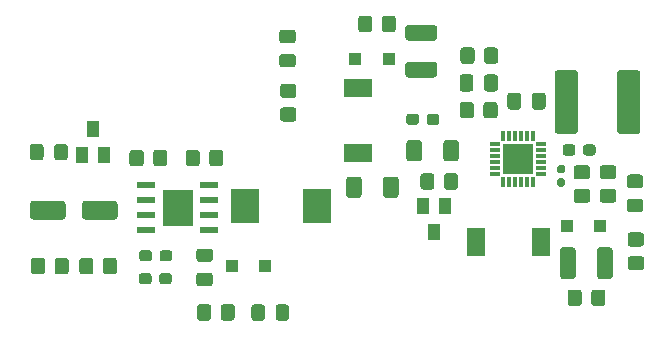
<source format=gtp>
G04 #@! TF.GenerationSoftware,KiCad,Pcbnew,(5.1.12)-1*
G04 #@! TF.CreationDate,2022-10-20T21:35:18-07:00*
G04 #@! TF.ProjectId,Fuente_de_poder,4675656e-7465-45f6-9465-5f706f646572,rev?*
G04 #@! TF.SameCoordinates,Original*
G04 #@! TF.FileFunction,Paste,Top*
G04 #@! TF.FilePolarity,Positive*
%FSLAX46Y46*%
G04 Gerber Fmt 4.6, Leading zero omitted, Abs format (unit mm)*
G04 Created by KiCad (PCBNEW (5.1.12)-1) date 2022-10-20 21:35:18*
%MOMM*%
%LPD*%
G01*
G04 APERTURE LIST*
%ADD10R,2.400000X2.900000*%
%ADD11R,1.100000X1.100000*%
%ADD12R,2.400000X1.500000*%
%ADD13R,1.500000X2.400000*%
%ADD14R,1.000000X1.400000*%
%ADD15R,1.550000X0.600000*%
%ADD16R,2.600000X3.100000*%
%ADD17R,2.550000X2.550000*%
%ADD18R,0.300000X0.850000*%
%ADD19R,0.850000X0.300000*%
G04 APERTURE END LIST*
G36*
G01*
X165453000Y-96446060D02*
X165763000Y-96446060D01*
G75*
G02*
X165918000Y-96601060I0J-155000D01*
G01*
X165918000Y-97026060D01*
G75*
G02*
X165763000Y-97181060I-155000J0D01*
G01*
X165453000Y-97181060D01*
G75*
G02*
X165298000Y-97026060I0J155000D01*
G01*
X165298000Y-96601060D01*
G75*
G02*
X165453000Y-96446060I155000J0D01*
G01*
G37*
G36*
G01*
X165453000Y-97581060D02*
X165763000Y-97581060D01*
G75*
G02*
X165918000Y-97736060I0J-155000D01*
G01*
X165918000Y-98161060D01*
G75*
G02*
X165763000Y-98316060I-155000J0D01*
G01*
X165453000Y-98316060D01*
G75*
G02*
X165298000Y-98161060I0J155000D01*
G01*
X165298000Y-97736060D01*
G75*
G02*
X165453000Y-97581060I155000J0D01*
G01*
G37*
D10*
X144906460Y-99941380D03*
X138806460Y-99941380D03*
G36*
G01*
X155631720Y-95905081D02*
X155631720Y-94605079D01*
G75*
G02*
X155881719Y-94355080I249999J0D01*
G01*
X156706721Y-94355080D01*
G75*
G02*
X156956720Y-94605079I0J-249999D01*
G01*
X156956720Y-95905081D01*
G75*
G02*
X156706721Y-96155080I-249999J0D01*
G01*
X155881719Y-96155080D01*
G75*
G02*
X155631720Y-95905081I0J249999D01*
G01*
G37*
G36*
G01*
X152506720Y-95905081D02*
X152506720Y-94605079D01*
G75*
G02*
X152756719Y-94355080I249999J0D01*
G01*
X153581721Y-94355080D01*
G75*
G02*
X153831720Y-94605079I0J-249999D01*
G01*
X153831720Y-95905081D01*
G75*
G02*
X153581721Y-96155080I-249999J0D01*
G01*
X152756719Y-96155080D01*
G75*
G02*
X152506720Y-95905081I0J249999D01*
G01*
G37*
G36*
G01*
X151845840Y-97711499D02*
X151845840Y-99011501D01*
G75*
G02*
X151595841Y-99261500I-249999J0D01*
G01*
X150770839Y-99261500D01*
G75*
G02*
X150520840Y-99011501I0J249999D01*
G01*
X150520840Y-97711499D01*
G75*
G02*
X150770839Y-97461500I249999J0D01*
G01*
X151595841Y-97461500D01*
G75*
G02*
X151845840Y-97711499I0J-249999D01*
G01*
G37*
G36*
G01*
X148720840Y-97711499D02*
X148720840Y-99011501D01*
G75*
G02*
X148470841Y-99261500I-249999J0D01*
G01*
X147645839Y-99261500D01*
G75*
G02*
X147395840Y-99011501I0J249999D01*
G01*
X147395840Y-97711499D01*
G75*
G02*
X147645839Y-97461500I249999J0D01*
G01*
X148470841Y-97461500D01*
G75*
G02*
X148720840Y-97711499I0J-249999D01*
G01*
G37*
G36*
G01*
X123650780Y-99744440D02*
X123650780Y-100844440D01*
G75*
G02*
X123400780Y-101094440I-250000J0D01*
G01*
X120900780Y-101094440D01*
G75*
G02*
X120650780Y-100844440I0J250000D01*
G01*
X120650780Y-99744440D01*
G75*
G02*
X120900780Y-99494440I250000J0D01*
G01*
X123400780Y-99494440D01*
G75*
G02*
X123650780Y-99744440I0J-250000D01*
G01*
G37*
G36*
G01*
X128050780Y-99744440D02*
X128050780Y-100844440D01*
G75*
G02*
X127800780Y-101094440I-250000J0D01*
G01*
X125300780Y-101094440D01*
G75*
G02*
X125050780Y-100844440I0J250000D01*
G01*
X125050780Y-99744440D01*
G75*
G02*
X125300780Y-99494440I250000J0D01*
G01*
X127800780Y-99494440D01*
G75*
G02*
X128050780Y-99744440I0J-250000D01*
G01*
G37*
G36*
G01*
X129882440Y-104395280D02*
X129882440Y-103920280D01*
G75*
G02*
X130119940Y-103682780I237500J0D01*
G01*
X130719940Y-103682780D01*
G75*
G02*
X130957440Y-103920280I0J-237500D01*
G01*
X130957440Y-104395280D01*
G75*
G02*
X130719940Y-104632780I-237500J0D01*
G01*
X130119940Y-104632780D01*
G75*
G02*
X129882440Y-104395280I0J237500D01*
G01*
G37*
G36*
G01*
X131607440Y-104395280D02*
X131607440Y-103920280D01*
G75*
G02*
X131844940Y-103682780I237500J0D01*
G01*
X132444940Y-103682780D01*
G75*
G02*
X132682440Y-103920280I0J-237500D01*
G01*
X132682440Y-104395280D01*
G75*
G02*
X132444940Y-104632780I-237500J0D01*
G01*
X131844940Y-104632780D01*
G75*
G02*
X131607440Y-104395280I0J237500D01*
G01*
G37*
G36*
G01*
X130926960Y-105858300D02*
X130926960Y-106333300D01*
G75*
G02*
X130689460Y-106570800I-237500J0D01*
G01*
X130089460Y-106570800D01*
G75*
G02*
X129851960Y-106333300I0J237500D01*
G01*
X129851960Y-105858300D01*
G75*
G02*
X130089460Y-105620800I237500J0D01*
G01*
X130689460Y-105620800D01*
G75*
G02*
X130926960Y-105858300I0J-237500D01*
G01*
G37*
G36*
G01*
X132651960Y-105858300D02*
X132651960Y-106333300D01*
G75*
G02*
X132414460Y-106570800I-237500J0D01*
G01*
X131814460Y-106570800D01*
G75*
G02*
X131576960Y-106333300I0J237500D01*
G01*
X131576960Y-105858300D01*
G75*
G02*
X131814460Y-105620800I237500J0D01*
G01*
X132414460Y-105620800D01*
G75*
G02*
X132651960Y-105858300I0J-237500D01*
G01*
G37*
G36*
G01*
X159079440Y-89997300D02*
X159079440Y-89047300D01*
G75*
G02*
X159329440Y-88797300I250000J0D01*
G01*
X160004440Y-88797300D01*
G75*
G02*
X160254440Y-89047300I0J-250000D01*
G01*
X160254440Y-89997300D01*
G75*
G02*
X160004440Y-90247300I-250000J0D01*
G01*
X159329440Y-90247300D01*
G75*
G02*
X159079440Y-89997300I0J250000D01*
G01*
G37*
G36*
G01*
X157004440Y-89997300D02*
X157004440Y-89047300D01*
G75*
G02*
X157254440Y-88797300I250000J0D01*
G01*
X157929440Y-88797300D01*
G75*
G02*
X158179440Y-89047300I0J-250000D01*
G01*
X158179440Y-89997300D01*
G75*
G02*
X157929440Y-90247300I-250000J0D01*
G01*
X157254440Y-90247300D01*
G75*
G02*
X157004440Y-89997300I0J250000D01*
G01*
G37*
G36*
G01*
X165737080Y-95434160D02*
X165737080Y-94959160D01*
G75*
G02*
X165974580Y-94721660I237500J0D01*
G01*
X166574580Y-94721660D01*
G75*
G02*
X166812080Y-94959160I0J-237500D01*
G01*
X166812080Y-95434160D01*
G75*
G02*
X166574580Y-95671660I-237500J0D01*
G01*
X165974580Y-95671660D01*
G75*
G02*
X165737080Y-95434160I0J237500D01*
G01*
G37*
G36*
G01*
X167462080Y-95434160D02*
X167462080Y-94959160D01*
G75*
G02*
X167699580Y-94721660I237500J0D01*
G01*
X168299580Y-94721660D01*
G75*
G02*
X168537080Y-94959160I0J-237500D01*
G01*
X168537080Y-95434160D01*
G75*
G02*
X168299580Y-95671660I-237500J0D01*
G01*
X167699580Y-95671660D01*
G75*
G02*
X167462080Y-95434160I0J237500D01*
G01*
G37*
G36*
G01*
X166844140Y-103682619D02*
X166844140Y-105882621D01*
G75*
G02*
X166594141Y-106132620I-249999J0D01*
G01*
X165769139Y-106132620D01*
G75*
G02*
X165519140Y-105882621I0J249999D01*
G01*
X165519140Y-103682619D01*
G75*
G02*
X165769139Y-103432620I249999J0D01*
G01*
X166594141Y-103432620D01*
G75*
G02*
X166844140Y-103682619I0J-249999D01*
G01*
G37*
G36*
G01*
X169969140Y-103682619D02*
X169969140Y-105882621D01*
G75*
G02*
X169719141Y-106132620I-249999J0D01*
G01*
X168894139Y-106132620D01*
G75*
G02*
X168644140Y-105882621I0J249999D01*
G01*
X168644140Y-103682619D01*
G75*
G02*
X168894139Y-103432620I249999J0D01*
G01*
X169719141Y-103432620D01*
G75*
G02*
X169969140Y-103682619I0J-249999D01*
G01*
G37*
G36*
G01*
X154863981Y-89067600D02*
X152663979Y-89067600D01*
G75*
G02*
X152413980Y-88817601I0J249999D01*
G01*
X152413980Y-87992599D01*
G75*
G02*
X152663979Y-87742600I249999J0D01*
G01*
X154863981Y-87742600D01*
G75*
G02*
X155113980Y-87992599I0J-249999D01*
G01*
X155113980Y-88817601D01*
G75*
G02*
X154863981Y-89067600I-249999J0D01*
G01*
G37*
G36*
G01*
X154863981Y-85942600D02*
X152663979Y-85942600D01*
G75*
G02*
X152413980Y-85692601I0J249999D01*
G01*
X152413980Y-84867599D01*
G75*
G02*
X152663979Y-84617600I249999J0D01*
G01*
X154863981Y-84617600D01*
G75*
G02*
X155113980Y-84867599I0J-249999D01*
G01*
X155113980Y-85692601D01*
G75*
G02*
X154863981Y-85942600I-249999J0D01*
G01*
G37*
G36*
G01*
X170346640Y-93587742D02*
X170346640Y-88687738D01*
G75*
G02*
X170596638Y-88437740I249998J0D01*
G01*
X172071642Y-88437740D01*
G75*
G02*
X172321640Y-88687738I0J-249998D01*
G01*
X172321640Y-93587742D01*
G75*
G02*
X172071642Y-93837740I-249998J0D01*
G01*
X170596638Y-93837740D01*
G75*
G02*
X170346640Y-93587742I0J249998D01*
G01*
G37*
G36*
G01*
X165071640Y-93587742D02*
X165071640Y-88687738D01*
G75*
G02*
X165321638Y-88437740I249998J0D01*
G01*
X166796642Y-88437740D01*
G75*
G02*
X167046640Y-88687738I0J-249998D01*
G01*
X167046640Y-93587742D01*
G75*
G02*
X166796642Y-93837740I-249998J0D01*
G01*
X165321638Y-93837740D01*
G75*
G02*
X165071640Y-93587742I0J249998D01*
G01*
G37*
D11*
X148193300Y-87475060D03*
X150993300Y-87475060D03*
X140515800Y-105016300D03*
X137715800Y-105016300D03*
X166074900Y-101635560D03*
X168874900Y-101635560D03*
G36*
G01*
X142895741Y-86161460D02*
X141995739Y-86161460D01*
G75*
G02*
X141745740Y-85911461I0J249999D01*
G01*
X141745740Y-85261459D01*
G75*
G02*
X141995739Y-85011460I249999J0D01*
G01*
X142895741Y-85011460D01*
G75*
G02*
X143145740Y-85261459I0J-249999D01*
G01*
X143145740Y-85911461D01*
G75*
G02*
X142895741Y-86161460I-249999J0D01*
G01*
G37*
G36*
G01*
X142895741Y-88211460D02*
X141995739Y-88211460D01*
G75*
G02*
X141745740Y-87961461I0J249999D01*
G01*
X141745740Y-87311459D01*
G75*
G02*
X141995739Y-87061460I249999J0D01*
G01*
X142895741Y-87061460D01*
G75*
G02*
X143145740Y-87311459I0J-249999D01*
G01*
X143145740Y-87961461D01*
G75*
G02*
X142895741Y-88211460I-249999J0D01*
G01*
G37*
G36*
G01*
X141427620Y-109418541D02*
X141427620Y-108518539D01*
G75*
G02*
X141677619Y-108268540I249999J0D01*
G01*
X142327621Y-108268540D01*
G75*
G02*
X142577620Y-108518539I0J-249999D01*
G01*
X142577620Y-109418541D01*
G75*
G02*
X142327621Y-109668540I-249999J0D01*
G01*
X141677619Y-109668540D01*
G75*
G02*
X141427620Y-109418541I0J249999D01*
G01*
G37*
G36*
G01*
X139377620Y-109418541D02*
X139377620Y-108518539D01*
G75*
G02*
X139627619Y-108268540I249999J0D01*
G01*
X140277621Y-108268540D01*
G75*
G02*
X140527620Y-108518539I0J-249999D01*
G01*
X140527620Y-109418541D01*
G75*
G02*
X140277621Y-109668540I-249999J0D01*
G01*
X139627619Y-109668540D01*
G75*
G02*
X139377620Y-109418541I0J249999D01*
G01*
G37*
G36*
G01*
X172311481Y-100472040D02*
X171411479Y-100472040D01*
G75*
G02*
X171161480Y-100222041I0J249999D01*
G01*
X171161480Y-99572039D01*
G75*
G02*
X171411479Y-99322040I249999J0D01*
G01*
X172311481Y-99322040D01*
G75*
G02*
X172561480Y-99572039I0J-249999D01*
G01*
X172561480Y-100222041D01*
G75*
G02*
X172311481Y-100472040I-249999J0D01*
G01*
G37*
G36*
G01*
X172311481Y-98422040D02*
X171411479Y-98422040D01*
G75*
G02*
X171161480Y-98172041I0J249999D01*
G01*
X171161480Y-97522039D01*
G75*
G02*
X171411479Y-97272040I249999J0D01*
G01*
X172311481Y-97272040D01*
G75*
G02*
X172561480Y-97522039I0J-249999D01*
G01*
X172561480Y-98172041D01*
G75*
G02*
X172311481Y-98422040I-249999J0D01*
G01*
G37*
G36*
G01*
X121782420Y-94932079D02*
X121782420Y-95832081D01*
G75*
G02*
X121532421Y-96082080I-249999J0D01*
G01*
X120882419Y-96082080D01*
G75*
G02*
X120632420Y-95832081I0J249999D01*
G01*
X120632420Y-94932079D01*
G75*
G02*
X120882419Y-94682080I249999J0D01*
G01*
X121532421Y-94682080D01*
G75*
G02*
X121782420Y-94932079I0J-249999D01*
G01*
G37*
G36*
G01*
X123832420Y-94932079D02*
X123832420Y-95832081D01*
G75*
G02*
X123582421Y-96082080I-249999J0D01*
G01*
X122932419Y-96082080D01*
G75*
G02*
X122682420Y-95832081I0J249999D01*
G01*
X122682420Y-94932079D01*
G75*
G02*
X122932419Y-94682080I249999J0D01*
G01*
X123582421Y-94682080D01*
G75*
G02*
X123832420Y-94932079I0J-249999D01*
G01*
G37*
D12*
X148389340Y-95426980D03*
X148389340Y-89926980D03*
D13*
X163900300Y-102966520D03*
X158400300Y-102966520D03*
G36*
G01*
X134977719Y-105589600D02*
X135877721Y-105589600D01*
G75*
G02*
X136127720Y-105839599I0J-249999D01*
G01*
X136127720Y-106489601D01*
G75*
G02*
X135877721Y-106739600I-249999J0D01*
G01*
X134977719Y-106739600D01*
G75*
G02*
X134727720Y-106489601I0J249999D01*
G01*
X134727720Y-105839599D01*
G75*
G02*
X134977719Y-105589600I249999J0D01*
G01*
G37*
G36*
G01*
X134977719Y-103539600D02*
X135877721Y-103539600D01*
G75*
G02*
X136127720Y-103789599I0J-249999D01*
G01*
X136127720Y-104439601D01*
G75*
G02*
X135877721Y-104689600I-249999J0D01*
G01*
X134977719Y-104689600D01*
G75*
G02*
X134727720Y-104439601I0J249999D01*
G01*
X134727720Y-103789599D01*
G75*
G02*
X134977719Y-103539600I249999J0D01*
G01*
G37*
D14*
X154861260Y-102120880D03*
X153911260Y-99920880D03*
X155811260Y-99920880D03*
X125018760Y-95661660D03*
X126918760Y-95661660D03*
X125968760Y-93461660D03*
G36*
G01*
X155685440Y-98316201D02*
X155685440Y-97416199D01*
G75*
G02*
X155935439Y-97166200I249999J0D01*
G01*
X156635441Y-97166200D01*
G75*
G02*
X156885440Y-97416199I0J-249999D01*
G01*
X156885440Y-98316201D01*
G75*
G02*
X156635441Y-98566200I-249999J0D01*
G01*
X155935439Y-98566200D01*
G75*
G02*
X155685440Y-98316201I0J249999D01*
G01*
G37*
G36*
G01*
X153685440Y-98316201D02*
X153685440Y-97416199D01*
G75*
G02*
X153935439Y-97166200I249999J0D01*
G01*
X154635441Y-97166200D01*
G75*
G02*
X154885440Y-97416199I0J-249999D01*
G01*
X154885440Y-98316201D01*
G75*
G02*
X154635441Y-98566200I-249999J0D01*
G01*
X153935439Y-98566200D01*
G75*
G02*
X153685440Y-98316201I0J249999D01*
G01*
G37*
G36*
G01*
X126003100Y-104578999D02*
X126003100Y-105479001D01*
G75*
G02*
X125753101Y-105729000I-249999J0D01*
G01*
X125053099Y-105729000D01*
G75*
G02*
X124803100Y-105479001I0J249999D01*
G01*
X124803100Y-104578999D01*
G75*
G02*
X125053099Y-104329000I249999J0D01*
G01*
X125753101Y-104329000D01*
G75*
G02*
X126003100Y-104578999I0J-249999D01*
G01*
G37*
G36*
G01*
X128003100Y-104578999D02*
X128003100Y-105479001D01*
G75*
G02*
X127753101Y-105729000I-249999J0D01*
G01*
X127053099Y-105729000D01*
G75*
G02*
X126803100Y-105479001I0J249999D01*
G01*
X126803100Y-104578999D01*
G75*
G02*
X127053099Y-104329000I249999J0D01*
G01*
X127753101Y-104329000D01*
G75*
G02*
X128003100Y-104578999I0J-249999D01*
G01*
G37*
G36*
G01*
X123918780Y-104581539D02*
X123918780Y-105481541D01*
G75*
G02*
X123668781Y-105731540I-249999J0D01*
G01*
X122968779Y-105731540D01*
G75*
G02*
X122718780Y-105481541I0J249999D01*
G01*
X122718780Y-104581539D01*
G75*
G02*
X122968779Y-104331540I249999J0D01*
G01*
X123668781Y-104331540D01*
G75*
G02*
X123918780Y-104581539I0J-249999D01*
G01*
G37*
G36*
G01*
X121918780Y-104581539D02*
X121918780Y-105481541D01*
G75*
G02*
X121668781Y-105731540I-249999J0D01*
G01*
X120968779Y-105731540D01*
G75*
G02*
X120718780Y-105481541I0J249999D01*
G01*
X120718780Y-104581539D01*
G75*
G02*
X120968779Y-104331540I249999J0D01*
G01*
X121668781Y-104331540D01*
G75*
G02*
X121918780Y-104581539I0J-249999D01*
G01*
G37*
G36*
G01*
X169125479Y-96484640D02*
X170025481Y-96484640D01*
G75*
G02*
X170275480Y-96734639I0J-249999D01*
G01*
X170275480Y-97434641D01*
G75*
G02*
X170025481Y-97684640I-249999J0D01*
G01*
X169125479Y-97684640D01*
G75*
G02*
X168875480Y-97434641I0J249999D01*
G01*
X168875480Y-96734639D01*
G75*
G02*
X169125479Y-96484640I249999J0D01*
G01*
G37*
G36*
G01*
X169125479Y-98484640D02*
X170025481Y-98484640D01*
G75*
G02*
X170275480Y-98734639I0J-249999D01*
G01*
X170275480Y-99434641D01*
G75*
G02*
X170025481Y-99684640I-249999J0D01*
G01*
X169125479Y-99684640D01*
G75*
G02*
X168875480Y-99434641I0J249999D01*
G01*
X168875480Y-98734639D01*
G75*
G02*
X169125479Y-98484640I249999J0D01*
G01*
G37*
G36*
G01*
X166910599Y-98487180D02*
X167810601Y-98487180D01*
G75*
G02*
X168060600Y-98737179I0J-249999D01*
G01*
X168060600Y-99437181D01*
G75*
G02*
X167810601Y-99687180I-249999J0D01*
G01*
X166910599Y-99687180D01*
G75*
G02*
X166660600Y-99437181I0J249999D01*
G01*
X166660600Y-98737179D01*
G75*
G02*
X166910599Y-98487180I249999J0D01*
G01*
G37*
G36*
G01*
X166910599Y-96487180D02*
X167810601Y-96487180D01*
G75*
G02*
X168060600Y-96737179I0J-249999D01*
G01*
X168060600Y-97437181D01*
G75*
G02*
X167810601Y-97687180I-249999J0D01*
G01*
X166910599Y-97687180D01*
G75*
G02*
X166660600Y-97437181I0J249999D01*
G01*
X166660600Y-96737179D01*
G75*
G02*
X166910599Y-96487180I249999J0D01*
G01*
G37*
G36*
G01*
X159026300Y-92278621D02*
X159026300Y-91378619D01*
G75*
G02*
X159276299Y-91128620I249999J0D01*
G01*
X159976301Y-91128620D01*
G75*
G02*
X160226300Y-91378619I0J-249999D01*
G01*
X160226300Y-92278621D01*
G75*
G02*
X159976301Y-92528620I-249999J0D01*
G01*
X159276299Y-92528620D01*
G75*
G02*
X159026300Y-92278621I0J249999D01*
G01*
G37*
G36*
G01*
X157026300Y-92278621D02*
X157026300Y-91378619D01*
G75*
G02*
X157276299Y-91128620I249999J0D01*
G01*
X157976301Y-91128620D01*
G75*
G02*
X158226300Y-91378619I0J-249999D01*
G01*
X158226300Y-92278621D01*
G75*
G02*
X157976301Y-92528620I-249999J0D01*
G01*
X157276299Y-92528620D01*
G75*
G02*
X157026300Y-92278621I0J249999D01*
G01*
G37*
G36*
G01*
X160276340Y-86765979D02*
X160276340Y-87665981D01*
G75*
G02*
X160026341Y-87915980I-249999J0D01*
G01*
X159326339Y-87915980D01*
G75*
G02*
X159076340Y-87665981I0J249999D01*
G01*
X159076340Y-86765979D01*
G75*
G02*
X159326339Y-86515980I249999J0D01*
G01*
X160026341Y-86515980D01*
G75*
G02*
X160276340Y-86765979I0J-249999D01*
G01*
G37*
G36*
G01*
X158276340Y-86765979D02*
X158276340Y-87665981D01*
G75*
G02*
X158026341Y-87915980I-249999J0D01*
G01*
X157326339Y-87915980D01*
G75*
G02*
X157076340Y-87665981I0J249999D01*
G01*
X157076340Y-86765979D01*
G75*
G02*
X157326339Y-86515980I249999J0D01*
G01*
X158026341Y-86515980D01*
G75*
G02*
X158276340Y-86765979I0J-249999D01*
G01*
G37*
G36*
G01*
X167349220Y-107261239D02*
X167349220Y-108161241D01*
G75*
G02*
X167099221Y-108411240I-249999J0D01*
G01*
X166399219Y-108411240D01*
G75*
G02*
X166149220Y-108161241I0J249999D01*
G01*
X166149220Y-107261239D01*
G75*
G02*
X166399219Y-107011240I249999J0D01*
G01*
X167099221Y-107011240D01*
G75*
G02*
X167349220Y-107261239I0J-249999D01*
G01*
G37*
G36*
G01*
X169349220Y-107261239D02*
X169349220Y-108161241D01*
G75*
G02*
X169099221Y-108411240I-249999J0D01*
G01*
X168399219Y-108411240D01*
G75*
G02*
X168149220Y-108161241I0J249999D01*
G01*
X168149220Y-107261239D01*
G75*
G02*
X168399219Y-107011240I249999J0D01*
G01*
X169099221Y-107011240D01*
G75*
G02*
X169349220Y-107261239I0J-249999D01*
G01*
G37*
G36*
G01*
X135006739Y-95429878D02*
X135006739Y-96329880D01*
G75*
G02*
X134756740Y-96579879I-249999J0D01*
G01*
X134056738Y-96579879D01*
G75*
G02*
X133806739Y-96329880I0J249999D01*
G01*
X133806739Y-95429878D01*
G75*
G02*
X134056738Y-95179879I249999J0D01*
G01*
X134756740Y-95179879D01*
G75*
G02*
X135006739Y-95429878I0J-249999D01*
G01*
G37*
G36*
G01*
X137006739Y-95429878D02*
X137006739Y-96329880D01*
G75*
G02*
X136756740Y-96579879I-249999J0D01*
G01*
X136056738Y-96579879D01*
G75*
G02*
X135806739Y-96329880I0J249999D01*
G01*
X135806739Y-95429878D01*
G75*
G02*
X136056738Y-95179879I249999J0D01*
G01*
X136756740Y-95179879D01*
G75*
G02*
X137006739Y-95429878I0J-249999D01*
G01*
G37*
G36*
G01*
X132256739Y-95429878D02*
X132256739Y-96329880D01*
G75*
G02*
X132006740Y-96579879I-249999J0D01*
G01*
X131306738Y-96579879D01*
G75*
G02*
X131056739Y-96329880I0J249999D01*
G01*
X131056739Y-95429878D01*
G75*
G02*
X131306738Y-95179879I249999J0D01*
G01*
X132006740Y-95179879D01*
G75*
G02*
X132256739Y-95429878I0J-249999D01*
G01*
G37*
G36*
G01*
X130256739Y-95429878D02*
X130256739Y-96329880D01*
G75*
G02*
X130006740Y-96579879I-249999J0D01*
G01*
X129306738Y-96579879D01*
G75*
G02*
X129056739Y-96329880I0J249999D01*
G01*
X129056739Y-95429878D01*
G75*
G02*
X129306738Y-95179879I249999J0D01*
G01*
X130006740Y-95179879D01*
G75*
G02*
X130256739Y-95429878I0J-249999D01*
G01*
G37*
G36*
G01*
X151612400Y-84083739D02*
X151612400Y-84983741D01*
G75*
G02*
X151362401Y-85233740I-249999J0D01*
G01*
X150662399Y-85233740D01*
G75*
G02*
X150412400Y-84983741I0J249999D01*
G01*
X150412400Y-84083739D01*
G75*
G02*
X150662399Y-83833740I249999J0D01*
G01*
X151362401Y-83833740D01*
G75*
G02*
X151612400Y-84083739I0J-249999D01*
G01*
G37*
G36*
G01*
X149612400Y-84083739D02*
X149612400Y-84983741D01*
G75*
G02*
X149362401Y-85233740I-249999J0D01*
G01*
X148662399Y-85233740D01*
G75*
G02*
X148412400Y-84983741I0J249999D01*
G01*
X148412400Y-84083739D01*
G75*
G02*
X148662399Y-83833740I249999J0D01*
G01*
X149362401Y-83833740D01*
G75*
G02*
X149612400Y-84083739I0J-249999D01*
G01*
G37*
G36*
G01*
X142051619Y-91599460D02*
X142951621Y-91599460D01*
G75*
G02*
X143201620Y-91849459I0J-249999D01*
G01*
X143201620Y-92549461D01*
G75*
G02*
X142951621Y-92799460I-249999J0D01*
G01*
X142051619Y-92799460D01*
G75*
G02*
X141801620Y-92549461I0J249999D01*
G01*
X141801620Y-91849459D01*
G75*
G02*
X142051619Y-91599460I249999J0D01*
G01*
G37*
G36*
G01*
X142051619Y-89599460D02*
X142951621Y-89599460D01*
G75*
G02*
X143201620Y-89849459I0J-249999D01*
G01*
X143201620Y-90549461D01*
G75*
G02*
X142951621Y-90799460I-249999J0D01*
G01*
X142051619Y-90799460D01*
G75*
G02*
X141801620Y-90549461I0J249999D01*
G01*
X141801620Y-89849459D01*
G75*
G02*
X142051619Y-89599460I249999J0D01*
G01*
G37*
G36*
G01*
X137977680Y-108500759D02*
X137977680Y-109400761D01*
G75*
G02*
X137727681Y-109650760I-249999J0D01*
G01*
X137027679Y-109650760D01*
G75*
G02*
X136777680Y-109400761I0J249999D01*
G01*
X136777680Y-108500759D01*
G75*
G02*
X137027679Y-108250760I249999J0D01*
G01*
X137727681Y-108250760D01*
G75*
G02*
X137977680Y-108500759I0J-249999D01*
G01*
G37*
G36*
G01*
X135977680Y-108500759D02*
X135977680Y-109400761D01*
G75*
G02*
X135727681Y-109650760I-249999J0D01*
G01*
X135027679Y-109650760D01*
G75*
G02*
X134777680Y-109400761I0J249999D01*
G01*
X134777680Y-108500759D01*
G75*
G02*
X135027679Y-108250760I249999J0D01*
G01*
X135727681Y-108250760D01*
G75*
G02*
X135977680Y-108500759I0J-249999D01*
G01*
G37*
G36*
G01*
X171492759Y-102176780D02*
X172392761Y-102176780D01*
G75*
G02*
X172642760Y-102426779I0J-249999D01*
G01*
X172642760Y-103126781D01*
G75*
G02*
X172392761Y-103376780I-249999J0D01*
G01*
X171492759Y-103376780D01*
G75*
G02*
X171242760Y-103126781I0J249999D01*
G01*
X171242760Y-102426779D01*
G75*
G02*
X171492759Y-102176780I249999J0D01*
G01*
G37*
G36*
G01*
X171492759Y-104176780D02*
X172392761Y-104176780D01*
G75*
G02*
X172642760Y-104426779I0J-249999D01*
G01*
X172642760Y-105126781D01*
G75*
G02*
X172392761Y-105376780I-249999J0D01*
G01*
X171492759Y-105376780D01*
G75*
G02*
X171242760Y-105126781I0J249999D01*
G01*
X171242760Y-104426779D01*
G75*
G02*
X171492759Y-104176780I249999J0D01*
G01*
G37*
D15*
X130431560Y-102008940D03*
X130431560Y-100738940D03*
X130431560Y-99468940D03*
X130431560Y-98198940D03*
X135831560Y-98198940D03*
X135831560Y-99468940D03*
X135831560Y-100738940D03*
X135831560Y-102008940D03*
D16*
X133131560Y-100103940D03*
D17*
X161960560Y-95971360D03*
D18*
X160710560Y-94021360D03*
X161210560Y-94021360D03*
X161710560Y-94021360D03*
X162210560Y-94021360D03*
X162710560Y-94021360D03*
X163210560Y-94021360D03*
D19*
X163910560Y-94721360D03*
X163910560Y-95221360D03*
X163910560Y-95721360D03*
X163910560Y-96221360D03*
X163910560Y-96721360D03*
X163910560Y-97221360D03*
D18*
X163210560Y-97921360D03*
X162710560Y-97921360D03*
X162210560Y-97921360D03*
X161710560Y-97921360D03*
X161210560Y-97921360D03*
X160710560Y-97921360D03*
D19*
X160010560Y-97221360D03*
X160010560Y-96721360D03*
X160010560Y-96221360D03*
X160010560Y-95721360D03*
X160010560Y-95221360D03*
X160010560Y-94721360D03*
G36*
G01*
X163124300Y-91534000D02*
X163124300Y-90584000D01*
G75*
G02*
X163374300Y-90334000I250000J0D01*
G01*
X164049300Y-90334000D01*
G75*
G02*
X164299300Y-90584000I0J-250000D01*
G01*
X164299300Y-91534000D01*
G75*
G02*
X164049300Y-91784000I-250000J0D01*
G01*
X163374300Y-91784000D01*
G75*
G02*
X163124300Y-91534000I0J250000D01*
G01*
G37*
G36*
G01*
X161049300Y-91534000D02*
X161049300Y-90584000D01*
G75*
G02*
X161299300Y-90334000I250000J0D01*
G01*
X161974300Y-90334000D01*
G75*
G02*
X162224300Y-90584000I0J-250000D01*
G01*
X162224300Y-91534000D01*
G75*
G02*
X161974300Y-91784000I-250000J0D01*
G01*
X161299300Y-91784000D01*
G75*
G02*
X161049300Y-91534000I0J250000D01*
G01*
G37*
G36*
G01*
X155296060Y-92370900D02*
X155296060Y-92845900D01*
G75*
G02*
X155058560Y-93083400I-237500J0D01*
G01*
X154458560Y-93083400D01*
G75*
G02*
X154221060Y-92845900I0J237500D01*
G01*
X154221060Y-92370900D01*
G75*
G02*
X154458560Y-92133400I237500J0D01*
G01*
X155058560Y-92133400D01*
G75*
G02*
X155296060Y-92370900I0J-237500D01*
G01*
G37*
G36*
G01*
X153571060Y-92370900D02*
X153571060Y-92845900D01*
G75*
G02*
X153333560Y-93083400I-237500J0D01*
G01*
X152733560Y-93083400D01*
G75*
G02*
X152496060Y-92845900I0J237500D01*
G01*
X152496060Y-92370900D01*
G75*
G02*
X152733560Y-92133400I237500J0D01*
G01*
X153333560Y-92133400D01*
G75*
G02*
X153571060Y-92370900I0J-237500D01*
G01*
G37*
M02*

</source>
